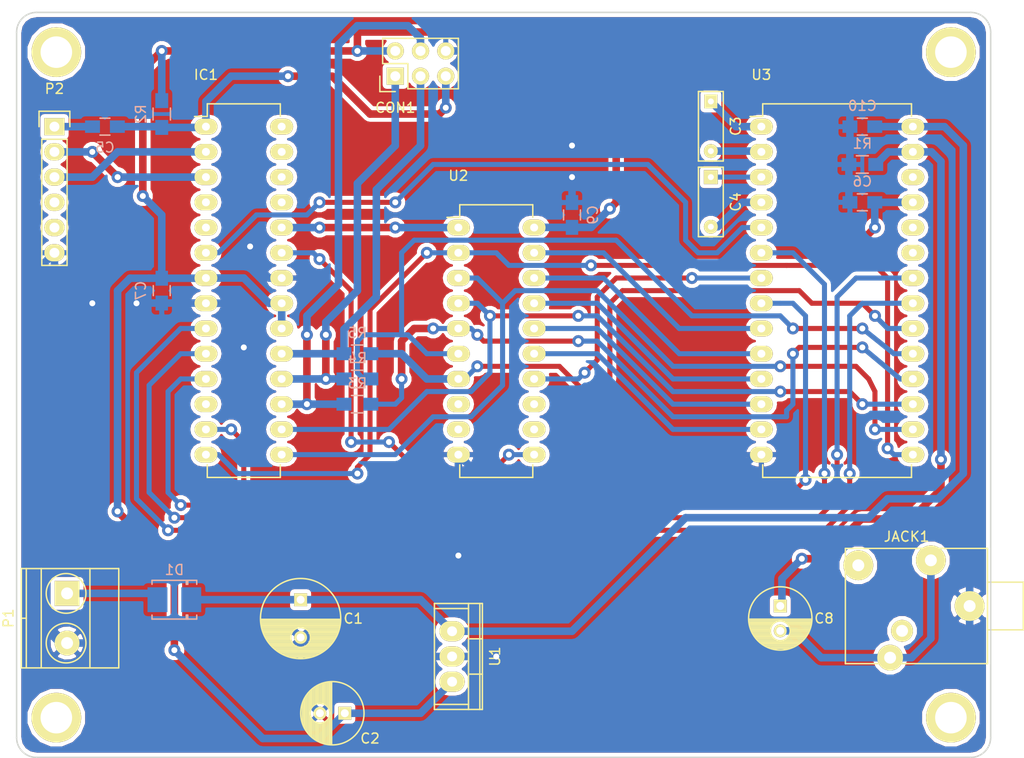
<source format=kicad_pcb>
(kicad_pcb (version 4) (host pcbnew 4.0.2+e4-6225~38~ubuntu14.04.1-stable)
  (layers (0 F.Cu signal) (31 B.Cu signal) (34 B.Paste user) (35 F.Paste user) (36 B.SilkS user) (37 F.SilkS user) (38 B.Mask user) (39 F.Mask user) (44 Edge.Cuts user))
  (net 0 "")
  (net 1 VDD)
  (net 2 GND)
  (net 3 VCC)
  (net 4 "Net-(C3-Pad1)")
  (net 5 "Net-(C3-Pad2)")
  (net 6 "Net-(C4-Pad1)")
  (net 7 "Net-(C4-Pad2)")
  (net 8 "Net-(C5-Pad1)")
  (net 9 RESET)
  (net 10 "Net-(C8-Pad2)")
  (net 11 "Net-(C8-Pad1)")
  (net 12 D4)
  (net 13 D5)
  (net 14 D3)
  (net 15 RX)
  (net 16 TX)
  (net 17 "Net-(IC1-Pad4)")
  (net 18 "Net-(IC1-Pad5)")
  (net 19 SID_RESET)
  (net 20 D6)
  (net 21 D7)
  (net 22 SID_CLOCK)
  (net 23 "Net-(IC1-Pad12)")
  (net 24 CS)
  (net 25 D0)
  (net 26 D1)
  (net 27 D2)
  (net 28 "Net-(IC1-Pad23)")
  (net 29 "Net-(IC1-Pad24)")
  (net 30 "Net-(IC1-Pad25)")
  (net 31 "Net-(IC1-Pad26)")
  (net 32 "Net-(IC1-Pad27)")
  (net 33 "Net-(IC1-Pad28)")
  (net 34 "Net-(P2-Pad4)")
  (net 35 A0)
  (net 36 A1)
  (net 37 A2)
  (net 38 A3)
  (net 39 A4)
  (net 40 RW)
  (net 41 "Net-(U3-Pad23)")
  (net 42 "Net-(U3-Pad24)")
  (net 43 "Net-(U3-Pad26)")
  (net 44 MISO)
  (net 45 SCK)
  (net 46 MOSI)
  (net 47 "Net-(U2-Pad12)")
  (net 48 "Net-(U2-Pad13)")
  (net 49 "Net-(P2-Pad5)")
  (net 50 "Net-(D1-Pad2)")
  (net 51 "Net-(U2-Pad8)")
  (net 52 "Net-(U2-Pad9)")
  (module Wire_Pads:SolderWirePad_single_2mmDrill (layer F.Cu) (at 130.1 33.22)
    (fp_text reference REF** hide)
    (fp_text value SolderWirePad_single_2mmDrill hide)
    (pad 1 thru_hole circle (at 2 5) (size 5 5) (drill 3.175) (layers *.Cu *.Mask F.SilkS))
  )
  (module Pin_Headers:Pin_Header_Straight_1x06 (layer F.Cu) (at 41.91 45.72)
    (fp_text reference P2 (at 0 -3.81) (layer F.SilkS))
    (fp_text value CONN_01X06)
    (pad 1 thru_hole rect (at 0 0) (size 2.032 1.7272) (drill 1) (layers *.Cu *.Mask F.SilkS) (net 8 "Net-(C5-Pad1)"))
    (pad 2 thru_hole oval (at 0 2.54) (size 2.032 1.7272) (drill 1) (layers *.Cu *.Mask F.SilkS) (net 16 TX))
    (pad 3 thru_hole oval (at 0 5.08) (size 2.032 1.7272) (drill 1) (layers *.Cu *.Mask F.SilkS) (net 15 RX))
    (pad "" thru_hole oval (at 0 7.62) (size 2.032 1.7272) (drill 1) (layers *.Cu *.Mask F.SilkS) (net 34 "Net-(P2-Pad4)"))
    (pad 5 thru_hole oval (at 0 10.16) (size 2.032 1.7272) (drill 1) (layers *.Cu *.Mask F.SilkS) (net 49 "Net-(P2-Pad5)"))
    (pad 6 thru_hole oval (at 0 12.7) (size 2.032 1.7272) (drill 1) (layers *.Cu *.Mask F.SilkS) (net 2 GND))
  )
  (module Wire_Pads:SolderWirePad_single_2mmDrill (layer F.Cu) (at 38.1 34.29)
    (fp_text reference REF** hide)
    (fp_text value SolderWirePad_single_2mmDrill hide)
    (pad 1 thru_hole circle (at 4 3.93) (size 5 5) (drill 3.175) (layers *.Cu *.Mask F.SilkS))
  )
  (module Wire_Pads:SolderWirePad_single_2mmDrill (layer F.Cu) (at 40.64 106.68)
    (fp_text reference REF** hide)
    (fp_text value SolderWirePad_single_2mmDrill hide)
    (pad 1 thru_hole circle (at 1.46 -1.46) (size 5 5) (drill 3.175) (layers *.Cu *.Mask F.SilkS))
  )
  (module Wire_Pads:SolderWirePad_single_2mmDrill (layer F.Cu) (at 132.715 106.045)
    (fp_text reference REF** hide)
    (fp_text value SolderWirePad_single_2mmDrill hide)
    (pad 1 thru_hole circle (at -0.615 -0.825) (size 5 5) (drill 3.175) (layers *.Cu *.Mask F.SilkS))
  )
  (module Power_Integrations:TO-220 (layer F.Cu) (at 81.915 99.06 270)
    (fp_text reference U1 (at 0 -4.318 270) (layer F.SilkS))
    (fp_text value 7805)
    (pad GND thru_hole oval (at 0 0 270) (size 2.032 2.54) (drill 1) (layers *.Cu *.Mask F.SilkS) (net 2 GND))
    (pad VO thru_hole oval (at 2.54 0 270) (size 2.032 2.54) (drill 1) (layers *.Cu *.Mask F.SilkS) (net 3 VCC))
    (pad VI thru_hole oval (at -2.54 0 270) (size 2.032 2.54) (drill 1) (layers *.Cu *.Mask F.SilkS) (net 1 VDD))
  )
  (module Capacitors_ThroughHole:C_Radial_D8_L13_P3.8 (layer F.Cu) (at 66.675 93.345 270)
    (fp_text reference C1 (at 1.9 -5.3 360) (layer F.SilkS))
    (fp_text value 47uf)
    (pad 1 thru_hole rect (at 0 0 270) (size 1.3 1.3) (drill 0.8) (layers *.Cu *.Mask F.SilkS) (net 1 VDD))
    (pad 2 thru_hole circle (at 3.8 0 270) (size 1.3 1.3) (drill 0.8) (layers *.Cu *.Mask F.SilkS) (net 2 GND))
  )
  (module Capacitors_ThroughHole:C_Radial_D6.3_L11.2_P2.5 (layer F.Cu) (at 71.12 104.775 180)
    (fp_text reference C2 (at -2.54 -2.54 180) (layer F.SilkS))
    (fp_text value 4.7uf)
    (pad 2 thru_hole circle (at 2.5 0 180) (size 1.3 1.3) (drill 0.8) (layers *.Cu *.Mask F.SilkS) (net 2 GND))
    (pad 1 thru_hole rect (at 0 0 180) (size 1.3 1.3) (drill 0.8) (layers *.Cu *.Mask F.SilkS) (net 3 VCC))
  )
  (module Capacitors_ThroughHole:C_Rect_L7_W2.5_P5 (layer F.Cu) (at 107.95 43.18 270)
    (fp_text reference C3 (at 2.5 -2.5 270) (layer F.SilkS))
    (fp_text value 2n2)
    (pad 1 thru_hole rect (at 0 0 270) (size 1.4 1.3) (drill 0.6) (layers *.Cu *.Mask F.SilkS) (net 4 "Net-(C3-Pad1)"))
    (pad 2 thru_hole circle (at 5 0 270) (size 1.4 1.4) (drill 0.6) (layers *.Cu *.Mask F.SilkS) (net 5 "Net-(C3-Pad2)"))
  )
  (module Capacitors_ThroughHole:C_Rect_L7_W2.5_P5 (layer F.Cu) (at 107.95 50.8 270)
    (fp_text reference C4 (at 2.5 -2.5 270) (layer F.SilkS))
    (fp_text value 2n2)
    (pad 1 thru_hole rect (at 0 0 270) (size 1.4 1.4) (drill 0.6) (layers *.Cu *.Mask F.SilkS) (net 6 "Net-(C4-Pad1)"))
    (pad 2 thru_hole circle (at 5 0 270) (size 1.4 1.4) (drill 0.6) (layers *.Cu *.Mask F.SilkS) (net 7 "Net-(C4-Pad2)"))
  )
  (module Capacitors_SMD:C_0805_HandSoldering (layer B.Cu) (at 46.99 45.72)
    (fp_text reference C5 (at 0 2.1) (layer B.SilkS) (effects (justify mirror)))
    (fp_text value 100n)
    (pad 1 smd rect (at -1.25 0) (size 1.5 1.25) (layers B.Cu B.Paste B.Mask) (net 8 "Net-(C5-Pad1)"))
    (pad 2 smd rect (at 1.25 0) (size 1.5 1.25) (layers B.Cu B.Paste B.Mask) (net 9 RESET))
  )
  (module Capacitors_SMD:C_0805_HandSoldering (layer B.Cu) (at 123.19 53.34 180)
    (fp_text reference C6 (at 0 2.1 180) (layer B.SilkS) (effects (justify mirror)))
    (fp_text value 100n)
    (pad 1 smd rect (at -1.25 0 180) (size 1.5 1.25) (layers B.Cu B.Paste B.Mask) (net 3 VCC))
    (pad 2 smd rect (at 1.25 0 180) (size 1.5 1.25) (layers B.Cu B.Paste B.Mask) (net 2 GND))
  )
  (module Capacitors_SMD:C_0805_HandSoldering (layer B.Cu) (at 52.705 62.23 270)
    (fp_text reference C7 (at 0 2.1 270) (layer B.SilkS) (effects (justify mirror)))
    (fp_text value 100nf)
    (pad 1 smd rect (at -1.25 0 270) (size 1.5 1.25) (layers B.Cu B.Paste B.Mask) (net 3 VCC))
    (pad 2 smd rect (at 1.25 0 270) (size 1.5 1.25) (layers B.Cu B.Paste B.Mask) (net 2 GND))
  )
  (module Capacitors_ThroughHole:C_Radial_D6.3_L11.2_P2.5 (layer F.Cu) (at 114.935 93.98 270)
    (fp_text reference C8 (at 1.25 -4.4 360) (layer F.SilkS))
    (fp_text value 10uf)
    (pad 2 thru_hole circle (at 2.5 0 270) (size 1.3 1.3) (drill 0.8) (layers *.Cu *.Mask F.SilkS) (net 10 "Net-(C8-Pad2)"))
    (pad 1 thru_hole rect (at 0 0 270) (size 1.3 1.3) (drill 0.8) (layers *.Cu *.Mask F.SilkS) (net 11 "Net-(C8-Pad1)"))
  )
  (module Pin_Headers:Pin_Header_Straight_2x03 (layer F.Cu) (at 76.2 40.64 90)
    (fp_text reference CON1 (at -3.175 0 180) (layer F.SilkS))
    (fp_text value AVR-ISP-6)
    (pad 1 thru_hole rect (at 0 0 90) (size 1.7272 1.7272) (drill 1) (layers *.Cu *.Mask F.SilkS) (net 44 MISO))
    (pad 2 thru_hole oval (at 2.54 0 90) (size 1.7272 1.7272) (drill 1) (layers *.Cu *.Mask F.SilkS) (net 3 VCC))
    (pad 3 thru_hole oval (at 0 2.54 90) (size 1.7272 1.7272) (drill 1) (layers *.Cu *.Mask F.SilkS) (net 45 SCK))
    (pad 4 thru_hole oval (at 2.54 2.54 90) (size 1.7272 1.7272) (drill 1) (layers *.Cu *.Mask F.SilkS) (net 46 MOSI))
    (pad 5 thru_hole oval (at 0 5.08 90) (size 1.7272 1.7272) (drill 1) (layers *.Cu *.Mask F.SilkS) (net 9 RESET))
    (pad 6 thru_hole oval (at 2.54 5.08 90) (size 1.7272 1.7272) (drill 1) (layers *.Cu *.Mask F.SilkS) (net 2 GND))
  )
  (module Housings_DIP:DIP-28_W7.62mm_LongPads (layer F.Cu) (at 57.15 45.72)
    (fp_text reference IC1 (at 0 -5.22) (layer F.SilkS))
    (fp_text value ATMEGA328P-P)
    (pad 1 thru_hole oval (at 0 0) (size 2.3 1.6) (drill 0.8) (layers *.Cu *.Mask F.SilkS) (net 9 RESET))
    (pad 2 thru_hole oval (at 0 2.54) (size 2.3 1.6) (drill 0.8) (layers *.Cu *.Mask F.SilkS) (net 15 RX))
    (pad 3 thru_hole oval (at 0 5.08) (size 2.3 1.6) (drill 0.8) (layers *.Cu *.Mask F.SilkS) (net 16 TX))
    (pad 4 thru_hole oval (at 0 7.62) (size 2.3 1.6) (drill 0.8) (layers *.Cu *.Mask F.SilkS) (net 17 "Net-(IC1-Pad4)"))
    (pad 5 thru_hole oval (at 0 10.16) (size 2.3 1.6) (drill 0.8) (layers *.Cu *.Mask F.SilkS) (net 18 "Net-(IC1-Pad5)"))
    (pad 6 thru_hole oval (at 0 12.7) (size 2.3 1.6) (drill 0.8) (layers *.Cu *.Mask F.SilkS) (net 19 SID_RESET))
    (pad 7 thru_hole oval (at 0 15.24) (size 2.3 1.6) (drill 0.8) (layers *.Cu *.Mask F.SilkS) (net 3 VCC))
    (pad 8 thru_hole oval (at 0 17.78) (size 2.3 1.6) (drill 0.8) (layers *.Cu *.Mask F.SilkS) (net 2 GND))
    (pad 9 thru_hole oval (at 0 20.32) (size 2.3 1.6) (drill 0.8) (layers *.Cu *.Mask F.SilkS) (net 20 D6))
    (pad 10 thru_hole oval (at 0 22.86) (size 2.3 1.6) (drill 0.8) (layers *.Cu *.Mask F.SilkS) (net 21 D7))
    (pad 11 thru_hole oval (at 0 25.4) (size 2.3 1.6) (drill 0.8) (layers *.Cu *.Mask F.SilkS) (net 22 SID_CLOCK))
    (pad 12 thru_hole oval (at 0 27.94) (size 2.3 1.6) (drill 0.8) (layers *.Cu *.Mask F.SilkS) (net 23 "Net-(IC1-Pad12)"))
    (pad 13 thru_hole oval (at 0 30.48) (size 2.3 1.6) (drill 0.8) (layers *.Cu *.Mask F.SilkS) (net 24 CS))
    (pad 14 thru_hole oval (at 0 33.02) (size 2.3 1.6) (drill 0.8) (layers *.Cu *.Mask F.SilkS) (net 25 D0))
    (pad 15 thru_hole oval (at 7.62 33.02) (size 2.3 1.6) (drill 0.8) (layers *.Cu *.Mask F.SilkS) (net 26 D1))
    (pad 16 thru_hole oval (at 7.62 30.48) (size 2.3 1.6) (drill 0.8) (layers *.Cu *.Mask F.SilkS) (net 27 D2))
    (pad 17 thru_hole oval (at 7.62 27.94) (size 2.3 1.6) (drill 0.8) (layers *.Cu *.Mask F.SilkS) (net 46 MOSI))
    (pad 18 thru_hole oval (at 7.62 25.4) (size 2.3 1.6) (drill 0.8) (layers *.Cu *.Mask F.SilkS) (net 44 MISO))
    (pad 19 thru_hole oval (at 7.62 22.86) (size 2.3 1.6) (drill 0.8) (layers *.Cu *.Mask F.SilkS) (net 45 SCK))
    (pad 20 thru_hole oval (at 7.62 20.32) (size 2.3 1.6) (drill 0.8) (layers *.Cu *.Mask F.SilkS) (net 3 VCC))
    (pad 21 thru_hole oval (at 7.62 17.78) (size 2.3 1.6) (drill 0.8) (layers *.Cu *.Mask F.SilkS) (net 3 VCC))
    (pad 22 thru_hole oval (at 7.62 15.24) (size 2.3 1.6) (drill 0.8) (layers *.Cu *.Mask F.SilkS) (net 2 GND))
    (pad 23 thru_hole oval (at 7.62 12.7) (size 2.3 1.6) (drill 0.8) (layers *.Cu *.Mask F.SilkS) (net 28 "Net-(IC1-Pad23)"))
    (pad 24 thru_hole oval (at 7.62 10.16) (size 2.3 1.6) (drill 0.8) (layers *.Cu *.Mask F.SilkS) (net 29 "Net-(IC1-Pad24)"))
    (pad 25 thru_hole oval (at 7.62 7.62) (size 2.3 1.6) (drill 0.8) (layers *.Cu *.Mask F.SilkS) (net 30 "Net-(IC1-Pad25)"))
    (pad 26 thru_hole oval (at 7.62 5.08) (size 2.3 1.6) (drill 0.8) (layers *.Cu *.Mask F.SilkS) (net 31 "Net-(IC1-Pad26)"))
    (pad 27 thru_hole oval (at 7.62 2.54) (size 2.3 1.6) (drill 0.8) (layers *.Cu *.Mask F.SilkS) (net 32 "Net-(IC1-Pad27)"))
    (pad 28 thru_hole oval (at 7.62 0) (size 2.3 1.6) (drill 0.8) (layers *.Cu *.Mask F.SilkS) (net 33 "Net-(IC1-Pad28)"))
  )
  (module Olilib:3.5mm_jack_5pin (layer F.Cu) (at 133.985 93.98 180)
    (fp_text reference JACK1 (at 6.35 6.985 180) (layer F.SilkS))
    (fp_text value JACK_3.5MM-3P hide)
    (pad 1 thru_hole circle (at 0 0 180) (size 3 3) (drill 1.2) (layers *.Cu *.Mask F.SilkS) (net 2 GND))
    (pad 2 thru_hole circle (at 8 -5.2 180) (size 2.6 2.6) (drill 1.2) (layers *.Cu *.Mask F.SilkS) (net 10 "Net-(C8-Pad2)"))
    (pad 3 thru_hole circle (at 3.9 4.6 180) (size 3 3) (drill 1.2) (layers *.Cu *.Mask F.SilkS) (net 10 "Net-(C8-Pad2)"))
    (pad 4 thru_hole circle (at 6.8 -2.5 180) (size 2.2 2.2) (drill 1.2) (layers *.Cu *.Mask F.SilkS))
    (pad 5 thru_hole circle (at 11.2 4.1 180) (size 3 3) (drill 1.2) (layers *.Cu *.Mask F.SilkS))
  )
  (module Terminal_Blocks:TerminalBlock_Pheonix_MKDS1.5-2pol (layer F.Cu) (at 43.18 92.71 270)
    (fp_text reference P1 (at 2.5 5.9 270) (layer F.SilkS))
    (fp_text value "12V Input")
    (pad 1 thru_hole rect (at 0 0 270) (size 2.5 2.5) (drill 1.2) (layers *.Cu *.Mask F.SilkS) (net 50 "Net-(D1-Pad2)"))
    (pad 2 thru_hole circle (at 5 0 270) (size 2.5 2.5) (drill 1.2) (layers *.Cu *.Mask F.SilkS) (net 2 GND))
  )
  (module Resistors_SMD:R_0805_HandSoldering (layer B.Cu) (at 123.19 49.53 180)
    (fp_text reference R1 (at 0 2.1 180) (layer B.SilkS) (effects (justify mirror)))
    (fp_text value 1K)
    (pad 1 smd rect (at -1.35 0 180) (size 1.5 1.3) (layers B.Cu B.Paste B.Mask) (net 11 "Net-(C8-Pad1)"))
    (pad 2 smd rect (at 1.35 0 180) (size 1.5 1.3) (layers B.Cu B.Paste B.Mask) (net 2 GND))
  )
  (module Resistors_SMD:R_0805_HandSoldering (layer B.Cu) (at 52.705 44.45 270)
    (fp_text reference R2 (at 0 2.1 270) (layer B.SilkS) (effects (justify mirror)))
    (fp_text value 10K)
    (pad 1 smd rect (at -1.35 0 270) (size 1.5 1.3) (layers B.Cu B.Paste B.Mask) (net 3 VCC))
    (pad 2 smd rect (at 1.35 0 270) (size 1.5 1.3) (layers B.Cu B.Paste B.Mask) (net 9 RESET))
  )
  (module Housings_DIP:DIP-28_W15.24mm_LongPads (layer F.Cu) (at 113.03 45.72)
    (fp_text reference U3 (at 0 -5.22) (layer F.SilkS))
    (fp_text value MOS6581)
    (pad 1 thru_hole oval (at 0 0) (size 2.3 1.6) (drill 0.8) (layers *.Cu *.Mask F.SilkS) (net 4 "Net-(C3-Pad1)"))
    (pad 2 thru_hole oval (at 0 2.54) (size 2.3 1.6) (drill 0.8) (layers *.Cu *.Mask F.SilkS) (net 5 "Net-(C3-Pad2)"))
    (pad 3 thru_hole oval (at 0 5.08) (size 2.3 1.6) (drill 0.8) (layers *.Cu *.Mask F.SilkS) (net 6 "Net-(C4-Pad1)"))
    (pad 4 thru_hole oval (at 0 7.62) (size 2.3 1.6) (drill 0.8) (layers *.Cu *.Mask F.SilkS) (net 7 "Net-(C4-Pad2)"))
    (pad 5 thru_hole oval (at 0 10.16) (size 2.3 1.6) (drill 0.8) (layers *.Cu *.Mask F.SilkS) (net 19 SID_RESET))
    (pad 6 thru_hole oval (at 0 12.7) (size 2.3 1.6) (drill 0.8) (layers *.Cu *.Mask F.SilkS) (net 22 SID_CLOCK))
    (pad 7 thru_hole oval (at 0 15.24) (size 2.3 1.6) (drill 0.8) (layers *.Cu *.Mask F.SilkS) (net 40 RW))
    (pad 8 thru_hole oval (at 0 17.78) (size 2.3 1.6) (drill 0.8) (layers *.Cu *.Mask F.SilkS) (net 24 CS))
    (pad 9 thru_hole oval (at 0 20.32) (size 2.3 1.6) (drill 0.8) (layers *.Cu *.Mask F.SilkS) (net 35 A0))
    (pad 10 thru_hole oval (at 0 22.86) (size 2.3 1.6) (drill 0.8) (layers *.Cu *.Mask F.SilkS) (net 36 A1))
    (pad 11 thru_hole oval (at 0 25.4) (size 2.3 1.6) (drill 0.8) (layers *.Cu *.Mask F.SilkS) (net 37 A2))
    (pad 12 thru_hole oval (at 0 27.94) (size 2.3 1.6) (drill 0.8) (layers *.Cu *.Mask F.SilkS) (net 38 A3))
    (pad 13 thru_hole oval (at 0 30.48) (size 2.3 1.6) (drill 0.8) (layers *.Cu *.Mask F.SilkS) (net 39 A4))
    (pad 14 thru_hole oval (at 0 33.02) (size 2.3 1.6) (drill 0.8) (layers *.Cu *.Mask F.SilkS) (net 2 GND))
    (pad 15 thru_hole oval (at 15.24 33.02) (size 2.3 1.6) (drill 0.8) (layers *.Cu *.Mask F.SilkS) (net 25 D0))
    (pad 16 thru_hole oval (at 15.24 30.48) (size 2.3 1.6) (drill 0.8) (layers *.Cu *.Mask F.SilkS) (net 26 D1))
    (pad 17 thru_hole oval (at 15.24 27.94) (size 2.3 1.6) (drill 0.8) (layers *.Cu *.Mask F.SilkS) (net 27 D2))
    (pad 18 thru_hole oval (at 15.24 25.4) (size 2.3 1.6) (drill 0.8) (layers *.Cu *.Mask F.SilkS) (net 14 D3))
    (pad 19 thru_hole oval (at 15.24 22.86) (size 2.3 1.6) (drill 0.8) (layers *.Cu *.Mask F.SilkS) (net 12 D4))
    (pad 20 thru_hole oval (at 15.24 20.32) (size 2.3 1.6) (drill 0.8) (layers *.Cu *.Mask F.SilkS) (net 13 D5))
    (pad 21 thru_hole oval (at 15.24 17.78) (size 2.3 1.6) (drill 0.8) (layers *.Cu *.Mask F.SilkS) (net 20 D6))
    (pad 22 thru_hole oval (at 15.24 15.24) (size 2.3 1.6) (drill 0.8) (layers *.Cu *.Mask F.SilkS) (net 21 D7))
    (pad 23 thru_hole oval (at 15.24 12.7) (size 2.3 1.6) (drill 0.8) (layers *.Cu *.Mask F.SilkS) (net 41 "Net-(U3-Pad23)"))
    (pad 24 thru_hole oval (at 15.24 10.16) (size 2.3 1.6) (drill 0.8) (layers *.Cu *.Mask F.SilkS) (net 42 "Net-(U3-Pad24)"))
    (pad 25 thru_hole oval (at 15.24 7.62) (size 2.3 1.6) (drill 0.8) (layers *.Cu *.Mask F.SilkS) (net 3 VCC))
    (pad 26 thru_hole oval (at 15.24 5.08) (size 2.3 1.6) (drill 0.8) (layers *.Cu *.Mask F.SilkS) (net 43 "Net-(U3-Pad26)"))
    (pad 27 thru_hole oval (at 15.24 2.54) (size 2.3 1.6) (drill 0.8) (layers *.Cu *.Mask F.SilkS) (net 11 "Net-(C8-Pad1)"))
    (pad 28 thru_hole oval (at 15.24 0) (size 2.3 1.6) (drill 0.8) (layers *.Cu *.Mask F.SilkS) (net 1 VDD))
  )
  (module Resistors_SMD:R_0805_HandSoldering (layer B.Cu) (at 72.39 73.66 180)
    (fp_text reference R3 (at 0 2.1 180) (layer B.SilkS) (effects (justify mirror)))
    (fp_text value 1K)
    (pad 1 smd rect (at -1.35 0 180) (size 1.5 1.3) (layers B.Cu B.Paste B.Mask) (net 14 D3))
    (pad 2 smd rect (at 1.35 0 180) (size 1.5 1.3) (layers B.Cu B.Paste B.Mask) (net 46 MOSI))
  )
  (module Resistors_SMD:R_0805_HandSoldering (layer B.Cu) (at 72.39 71.12 180)
    (fp_text reference R4 (at 0 2.1 180) (layer B.SilkS) (effects (justify mirror)))
    (fp_text value 1K)
    (pad 1 smd rect (at -1.35 0 180) (size 1.5 1.3) (layers B.Cu B.Paste B.Mask) (net 12 D4))
    (pad 2 smd rect (at 1.35 0 180) (size 1.5 1.3) (layers B.Cu B.Paste B.Mask) (net 44 MISO))
  )
  (module Resistors_SMD:R_0805_HandSoldering (layer B.Cu) (at 72.39 68.58 180)
    (fp_text reference R5 (at 0 2.1 180) (layer B.SilkS) (effects (justify mirror)))
    (fp_text value 1K)
    (pad 1 smd rect (at -1.35 0 180) (size 1.5 1.3) (layers B.Cu B.Paste B.Mask) (net 13 D5))
    (pad 2 smd rect (at 1.35 0 180) (size 1.5 1.3) (layers B.Cu B.Paste B.Mask) (net 45 SCK))
  )
  (module Housings_DIP:DIP-20_W7.62mm_LongPads (layer F.Cu) (at 82.55 55.88)
    (fp_text reference U2 (at 0 -5.22) (layer F.SilkS))
    (fp_text value 74LS574)
    (pad 1 thru_hole oval (at 0 0) (size 2.3 1.6) (drill 0.8) (layers *.Cu *.Mask F.SilkS) (net 29 "Net-(IC1-Pad24)"))
    (pad 2 thru_hole oval (at 0 2.54) (size 2.3 1.6) (drill 0.8) (layers *.Cu *.Mask F.SilkS) (net 25 D0))
    (pad 3 thru_hole oval (at 0 5.08) (size 2.3 1.6) (drill 0.8) (layers *.Cu *.Mask F.SilkS) (net 26 D1))
    (pad 4 thru_hole oval (at 0 7.62) (size 2.3 1.6) (drill 0.8) (layers *.Cu *.Mask F.SilkS) (net 27 D2))
    (pad 5 thru_hole oval (at 0 10.16) (size 2.3 1.6) (drill 0.8) (layers *.Cu *.Mask F.SilkS) (net 14 D3))
    (pad 6 thru_hole oval (at 0 12.7) (size 2.3 1.6) (drill 0.8) (layers *.Cu *.Mask F.SilkS) (net 12 D4))
    (pad 7 thru_hole oval (at 0 15.24) (size 2.3 1.6) (drill 0.8) (layers *.Cu *.Mask F.SilkS) (net 13 D5))
    (pad 8 thru_hole oval (at 0 17.78) (size 2.3 1.6) (drill 0.8) (layers *.Cu *.Mask F.SilkS) (net 51 "Net-(U2-Pad8)"))
    (pad 9 thru_hole oval (at 0 20.32) (size 2.3 1.6) (drill 0.8) (layers *.Cu *.Mask F.SilkS) (net 52 "Net-(U2-Pad9)"))
    (pad 10 thru_hole oval (at 0 22.86) (size 2.3 1.6) (drill 0.8) (layers *.Cu *.Mask F.SilkS) (net 2 GND))
    (pad 11 thru_hole oval (at 7.62 22.86) (size 2.3 1.6) (drill 0.8) (layers *.Cu *.Mask F.SilkS) (net 28 "Net-(IC1-Pad23)"))
    (pad 12 thru_hole oval (at 7.62 20.32) (size 2.3 1.6) (drill 0.8) (layers *.Cu *.Mask F.SilkS) (net 47 "Net-(U2-Pad12)"))
    (pad 13 thru_hole oval (at 7.62 17.78) (size 2.3 1.6) (drill 0.8) (layers *.Cu *.Mask F.SilkS) (net 48 "Net-(U2-Pad13)"))
    (pad 14 thru_hole oval (at 7.62 15.24) (size 2.3 1.6) (drill 0.8) (layers *.Cu *.Mask F.SilkS) (net 40 RW))
    (pad 15 thru_hole oval (at 7.62 12.7) (size 2.3 1.6) (drill 0.8) (layers *.Cu *.Mask F.SilkS) (net 39 A4))
    (pad 16 thru_hole oval (at 7.62 10.16) (size 2.3 1.6) (drill 0.8) (layers *.Cu *.Mask F.SilkS) (net 38 A3))
    (pad 17 thru_hole oval (at 7.62 7.62) (size 2.3 1.6) (drill 0.8) (layers *.Cu *.Mask F.SilkS) (net 37 A2))
    (pad 18 thru_hole oval (at 7.62 5.08) (size 2.3 1.6) (drill 0.8) (layers *.Cu *.Mask F.SilkS) (net 36 A1))
    (pad 19 thru_hole oval (at 7.62 2.54) (size 2.3 1.6) (drill 0.8) (layers *.Cu *.Mask F.SilkS) (net 35 A0))
    (pad 20 thru_hole oval (at 7.62 0) (size 2.3 1.6) (drill 0.8) (layers *.Cu *.Mask F.SilkS) (net 3 VCC))
  )
  (module Capacitors_SMD:C_0805_HandSoldering (layer B.Cu) (at 93.98 54.61 90)
    (fp_text reference C9 (at 0 2.1 90) (layer B.SilkS) (effects (justify mirror)))
    (fp_text value 100n)
    (pad 1 smd rect (at -1.25 0 90) (size 1.5 1.25) (layers B.Cu B.Paste B.Mask) (net 3 VCC))
    (pad 2 smd rect (at 1.25 0 90) (size 1.5 1.25) (layers B.Cu B.Paste B.Mask) (net 2 GND))
  )
  (module Diodes_SMD:DO-214BA (layer B.Cu) (at 53.975 93.345 180)
    (fp_text reference D1 (at 0 3 180) (layer B.SilkS) (effects (justify mirror)))
    (fp_text value D)
    (pad 2 smd rect (at 1.7 0 180) (size 2 2.5) (layers B.Cu B.Paste B.Mask) (net 50 "Net-(D1-Pad2)"))
    (pad 1 smd rect (at -1.7 0 180) (size 2 2.5) (layers B.Cu B.Paste B.Mask) (net 1 VDD))
  )
  (module Capacitors_SMD:C_0805_HandSoldering (layer B.Cu) (at 123.19 45.72 180)
    (fp_text reference C10 (at 0 2.1 180) (layer B.SilkS) (effects (justify mirror)))
    (fp_text value 100nf)
    (pad 1 smd rect (at -1.25 0 180) (size 1.5 1.25) (layers B.Cu B.Paste B.Mask) (net 1 VDD))
    (pad 2 smd rect (at 1.25 0 180) (size 1.5 1.25) (layers B.Cu B.Paste B.Mask) (net 2 GND))
  )
  (gr_line (start 38.1 36.22) (end 38.1 107.22) (angle 90) (layer Edge.Cuts) (width 0.15))
  (gr_line (start 134.1 34.22) (end 40.1 34.22) (angle 90) (layer Edge.Cuts) (width 0.15))
  (gr_line (start 136.1 107.22) (end 136.1 36.22) (angle 90) (layer Edge.Cuts) (width 0.15))
  (gr_arc (start 40.1 36.22) (end 38.1 36.22) (angle 90) (layer Edge.Cuts) (width 0.15))
  (gr_arc (start 134.1 36.22) (end 134.1 34.22) (angle 90) (layer Edge.Cuts) (width 0.15))
  (gr_line (start 40.1 109.22) (end 134.1 109.22) (angle 90) (layer Edge.Cuts) (width 0.15))
  (gr_arc (start 134.1 107.22) (end 136.1 107.22) (angle 90) (layer Edge.Cuts) (width 0.15))
  (gr_arc (start 40.1 107.22) (end 40.1 109.22) (angle 90) (layer Edge.Cuts) (width 0.15))
  (segment (start 102.235 88.265) (end 105.41 85.09) (width 0.762) (layer B.Cu) (net 1))
  (segment (start 133.35 47.625) (end 131.445 45.72) (width 0.762) (layer B.Cu) (net 1))
  (segment (start 128.27 45.72) (end 131.445 45.72) (width 0.762) (layer B.Cu) (net 1))
  (segment (start 93.98 96.52) (end 81.915 96.52) (width 0.762) (layer B.Cu) (net 1))
  (segment (start 133.35 80.645) (end 133.35 60.325) (width 0.762) (layer B.Cu) (net 1))
  (segment (start 93.98 96.52) (end 102.235 88.265) (width 0.762) (layer B.Cu) (net 1))
  (segment (start 133.35 60.325) (end 133.35 47.625) (width 0.762) (layer B.Cu) (net 1))
  (segment (start 130.81 83.185) (end 133.35 80.645) (width 0.762) (layer B.Cu) (net 1))
  (segment (start 125.73 83.185) (end 130.81 83.185) (width 0.762) (layer B.Cu) (net 1))
  (segment (start 123.825 85.09) (end 125.73 83.185) (width 0.762) (layer B.Cu) (net 1))
  (segment (start 105.41 85.09) (end 123.825 85.09) (width 0.762) (layer B.Cu) (net 1))
  (segment (start 124.44 45.72) (end 128.27 45.72) (width 0.762) (layer B.Cu) (net 1))
  (segment (start 66.675 93.345) (end 78.74 93.345) (width 0.762) (layer B.Cu) (net 1))
  (segment (start 78.74 93.345) (end 81.915 96.52) (width 0.762) (layer B.Cu) (net 1))
  (segment (start 55.675 93.345) (end 66.675 93.345) (width 0.762) (layer B.Cu) (net 1))
  (segment (start 86.36 99.06) (end 108.585 99.06) (width 0.762) (layer B.Cu) (net 2))
  (segment (start 133.985 96.52) (end 133.985 93.98) (width 0.762) (layer B.Cu) (net 2))
  (segment (start 127 103.505) (end 133.985 96.52) (width 0.762) (layer B.Cu) (net 2))
  (segment (start 113.03 103.505) (end 127 103.505) (width 0.762) (layer B.Cu) (net 2))
  (segment (start 108.585 99.06) (end 113.03 103.505) (width 0.762) (layer B.Cu) (net 2))
  (segment (start 133.985 93.98) (end 133.985 85.725) (width 0.762) (layer B.Cu) (net 2))
  (segment (start 133.985 85.725) (end 134.62 85.09) (width 0.762) (layer B.Cu) (net 2))
  (segment (start 134.62 85.09) (end 134.62 45.085) (width 0.762) (layer B.Cu) (net 2))
  (segment (start 134.62 45.085) (end 132.08 42.545) (width 0.762) (layer B.Cu) (net 2))
  (segment (start 132.08 42.545) (end 120.65 42.545) (width 0.762) (layer B.Cu) (net 2))
  (segment (start 66.675 97.145) (end 66.675 102.83) (width 0.762) (layer B.Cu) (net 2))
  (segment (start 66.675 102.83) (end 68.62 104.775) (width 0.762) (layer B.Cu) (net 2))
  (segment (start 64.77 60.96) (end 63.5 60.96) (width 0.762) (layer B.Cu) (net 2))
  (segment (start 59.69 63.5) (end 60.96 64.77) (width 0.762) (layer B.Cu) (net 2))
  (segment (start 60.96 64.77) (end 60.96 67.945) (width 0.762) (layer B.Cu) (net 2))
  (via (at 60.96 67.945) (size 1.2) (drill 0.6) (layers F.Cu B.Cu) (net 2))
  (segment (start 59.69 63.5) (end 57.15 63.5) (width 0.762) (layer B.Cu) (net 2))
  (segment (start 60.96 58.42) (end 60.96 67.945) (width 0.762) (layer F.Cu) (net 2))
  (segment (start 61.595 57.785) (end 60.96 58.42) (width 0.762) (layer F.Cu) (net 2))
  (via (at 61.595 57.785) (size 1.2) (drill 0.6) (layers F.Cu B.Cu) (net 2))
  (segment (start 61.595 59.055) (end 61.595 57.785) (width 0.762) (layer B.Cu) (net 2))
  (segment (start 63.5 60.96) (end 61.595 59.055) (width 0.762) (layer B.Cu) (net 2))
  (segment (start 121.94 45.72) (end 121.94 43.835) (width 0.762) (layer B.Cu) (net 2))
  (segment (start 93.98 38.1) (end 93.98 47.625) (width 0.762) (layer B.Cu) (net 2))
  (segment (start 95.25 36.83) (end 93.98 38.1) (width 0.762) (layer B.Cu) (net 2))
  (segment (start 114.935 36.83) (end 95.25 36.83) (width 0.762) (layer B.Cu) (net 2))
  (segment (start 121.94 43.835) (end 120.65 42.545) (width 0.762) (layer B.Cu) (net 2))
  (segment (start 120.65 42.545) (end 114.935 36.83) (width 0.762) (layer B.Cu) (net 2))
  (segment (start 121.84 49.53) (end 121.84 53.24) (width 0.762) (layer B.Cu) (net 2))
  (segment (start 121.84 53.24) (end 121.94 53.34) (width 0.762) (layer B.Cu) (net 2))
  (segment (start 121.94 45.72) (end 121.94 49.43) (width 0.762) (layer B.Cu) (net 2))
  (segment (start 121.94 49.43) (end 121.84 49.53) (width 0.762) (layer B.Cu) (net 2))
  (segment (start 93.98 53.36) (end 93.98 50.8) (width 0.762) (layer B.Cu) (net 2))
  (via (at 93.98 50.8) (size 1.2) (drill 0.6) (layers F.Cu B.Cu) (net 2))
  (segment (start 93.98 50.8) (end 93.98 47.625) (width 0.762) (layer F.Cu) (net 2))
  (via (at 93.98 47.625) (size 1.2) (drill 0.6) (layers F.Cu B.Cu) (net 2))
  (segment (start 84.455 38.1) (end 81.28 38.1) (width 0.762) (layer B.Cu) (net 2))
  (segment (start 93.98 47.625) (end 84.455 38.1) (width 0.762) (layer B.Cu) (net 2))
  (segment (start 82.55 78.74) (end 86.36 82.55) (width 0.762) (layer B.Cu) (net 2))
  (segment (start 108.585 82.55) (end 112.395 78.74) (width 0.762) (layer B.Cu) (net 2))
  (segment (start 86.36 82.55) (end 108.585 82.55) (width 0.762) (layer B.Cu) (net 2))
  (segment (start 112.395 78.74) (end 113.03 78.74) (width 0.762) (layer B.Cu) (net 2))
  (segment (start 66.675 97.145) (end 76.19 97.145) (width 0.762) (layer B.Cu) (net 2))
  (segment (start 78.105 99.06) (end 81.915 99.06) (width 0.762) (layer B.Cu) (net 2))
  (segment (start 76.19 97.145) (end 78.105 99.06) (width 0.762) (layer B.Cu) (net 2))
  (segment (start 43.18 97.71) (end 42.465 97.71) (width 0.762) (layer B.Cu) (net 2))
  (segment (start 42.465 97.71) (end 40.005 95.25) (width 0.762) (layer B.Cu) (net 2))
  (segment (start 40.005 95.25) (end 40.005 60.325) (width 0.762) (layer B.Cu) (net 2))
  (segment (start 40.005 60.325) (end 41.91 58.42) (width 0.762) (layer B.Cu) (net 2))
  (segment (start 43.18 97.71) (end 50.245 97.71) (width 0.762) (layer B.Cu) (net 2))
  (segment (start 66.05 96.52) (end 66.675 97.145) (width 0.762) (layer B.Cu) (net 2))
  (segment (start 51.435 96.52) (end 66.05 96.52) (width 0.762) (layer B.Cu) (net 2))
  (segment (start 50.245 97.71) (end 51.435 96.52) (width 0.762) (layer B.Cu) (net 2))
  (segment (start 81.915 99.06) (end 86.36 99.06) (width 0.762) (layer B.Cu) (net 2))
  (via (at 86.36 99.06) (size 1.2) (drill 0.6) (layers F.Cu B.Cu) (net 2))
  (segment (start 86.36 99.06) (end 88.265 97.155) (width 0.762) (layer F.Cu) (net 2))
  (segment (start 88.265 97.155) (end 88.265 94.615) (width 0.762) (layer F.Cu) (net 2))
  (segment (start 88.265 94.615) (end 82.55 88.9) (width 0.762) (layer F.Cu) (net 2))
  (via (at 82.55 88.9) (size 1.2) (drill 0.6) (layers F.Cu B.Cu) (net 2))
  (segment (start 82.55 88.9) (end 82.55 78.74) (width 0.762) (layer B.Cu) (net 2))
  (segment (start 41.91 59.69) (end 41.91 58.42) (width 0.762) (layer B.Cu) (net 2))
  (segment (start 45.72 63.5) (end 41.91 59.69) (width 0.762) (layer B.Cu) (net 2))
  (via (at 45.72 63.5) (size 1.2) (drill 0.6) (layers F.Cu B.Cu) (net 2))
  (segment (start 50.165 63.5) (end 45.72 63.5) (width 0.762) (layer F.Cu) (net 2))
  (via (at 50.165 63.5) (size 1.2) (drill 0.6) (layers F.Cu B.Cu) (net 2))
  (segment (start 50.185 63.48) (end 50.165 63.5) (width 0.762) (layer B.Cu) (net 2))
  (segment (start 52.705 63.48) (end 50.185 63.48) (width 0.762) (layer B.Cu) (net 2))
  (segment (start 52.09 63.48) (end 52.705 63.48) (width 0.762) (layer B.Cu) (net 2))
  (segment (start 64.77 60.96) (end 64.135 60.96) (width 0.762) (layer B.Cu) (net 2))
  (segment (start 52.705 63.48) (end 57.13 63.48) (width 0.762) (layer B.Cu) (net 2))
  (segment (start 57.13 63.48) (end 57.15 63.5) (width 0.762) (layer B.Cu) (net 2))
  (segment (start 71.12 104.775) (end 68.58 107.315) (width 0.762) (layer B.Cu) (net 3))
  (segment (start 62.23 106.68) (end 56.515 100.965) (width 0.762) (layer B.Cu) (net 3))
  (segment (start 48.26 64.135) (end 48.26 62.23) (width 0.762) (layer B.Cu) (net 3))
  (segment (start 56.515 100.965) (end 53.975 98.425) (width 0.762) (layer B.Cu) (net 3))
  (via (at 53.975 98.425) (size 1.2) (drill 0.6) (layers F.Cu B.Cu) (net 3))
  (segment (start 53.975 98.425) (end 53.975 90.17) (width 0.762) (layer F.Cu) (net 3))
  (segment (start 53.975 90.17) (end 48.26 84.455) (width 0.762) (layer F.Cu) (net 3))
  (via (at 48.26 84.455) (size 1.2) (drill 0.6) (layers F.Cu B.Cu) (net 3))
  (segment (start 48.26 84.455) (end 48.26 64.135) (width 0.762) (layer B.Cu) (net 3))
  (segment (start 51.415 60.98) (end 52.705 60.98) (width 0.762) (layer B.Cu) (net 3))
  (segment (start 49.51 60.98) (end 51.415 60.98) (width 0.762) (layer B.Cu) (net 3))
  (segment (start 48.26 62.23) (end 49.51 60.98) (width 0.762) (layer B.Cu) (net 3))
  (segment (start 62.865 107.315) (end 62.23 106.68) (width 0.762) (layer B.Cu) (net 3))
  (segment (start 68.58 107.315) (end 62.865 107.315) (width 0.762) (layer B.Cu) (net 3))
  (segment (start 71.12 104.775) (end 78.74 104.775) (width 0.762) (layer B.Cu) (net 3))
  (segment (start 78.74 104.775) (end 81.915 101.6) (width 0.762) (layer B.Cu) (net 3))
  (segment (start 98.425 39.37) (end 114.3 39.37) (width 0.762) (layer F.Cu) (net 3))
  (segment (start 124.44 55.86) (end 124.44 53.34) (width 0.762) (layer B.Cu) (net 3))
  (segment (start 124.46 55.88) (end 124.44 55.86) (width 0.762) (layer B.Cu) (net 3))
  (via (at 124.46 55.88) (size 1.2) (drill 0.6) (layers F.Cu B.Cu) (net 3))
  (segment (start 123.19 57.15) (end 124.46 55.88) (width 0.762) (layer F.Cu) (net 3))
  (segment (start 120.015 57.15) (end 123.19 57.15) (width 0.762) (layer F.Cu) (net 3))
  (segment (start 118.11 55.245) (end 120.015 57.15) (width 0.762) (layer F.Cu) (net 3))
  (segment (start 118.11 43.18) (end 118.11 55.245) (width 0.762) (layer F.Cu) (net 3))
  (segment (start 114.3 39.37) (end 118.11 43.18) (width 0.762) (layer F.Cu) (net 3))
  (segment (start 89.535 39.37) (end 98.425 39.37) (width 0.762) (layer F.Cu) (net 3))
  (segment (start 86.36 36.195) (end 89.535 39.37) (width 0.762) (layer F.Cu) (net 3))
  (segment (start 72.39 36.195) (end 86.36 36.195) (width 0.762) (layer F.Cu) (net 3))
  (segment (start 72.39 38.1) (end 72.39 36.195) (width 0.762) (layer F.Cu) (net 3))
  (segment (start 95.905 55.86) (end 97.79 53.975) (width 0.762) (layer B.Cu) (net 3))
  (via (at 97.79 53.975) (size 1.2) (drill 0.6) (layers F.Cu B.Cu) (net 3))
  (segment (start 97.79 53.975) (end 98.425 53.34) (width 0.762) (layer F.Cu) (net 3))
  (segment (start 98.425 53.34) (end 98.425 39.37) (width 0.762) (layer F.Cu) (net 3))
  (segment (start 95.905 55.86) (end 93.98 55.86) (width 0.762) (layer B.Cu) (net 3))
  (segment (start 76.2 38.1) (end 72.39 38.1) (width 0.762) (layer B.Cu) (net 3))
  (segment (start 93.98 55.86) (end 90.19 55.86) (width 0.762) (layer B.Cu) (net 3))
  (segment (start 90.19 55.86) (end 90.17 55.88) (width 0.762) (layer B.Cu) (net 3))
  (segment (start 93.96 55.88) (end 93.98 55.86) (width 0.762) (layer B.Cu) (net 3))
  (segment (start 52.705 43.1) (end 52.705 38.1) (width 0.762) (layer B.Cu) (net 3))
  (via (at 52.705 38.1) (size 1.2) (drill 0.6) (layers F.Cu B.Cu) (net 3))
  (segment (start 52.705 54.61) (end 52.705 60.98) (width 0.762) (layer B.Cu) (net 3))
  (segment (start 50.8 40.005) (end 52.705 38.1) (width 0.762) (layer F.Cu) (net 3))
  (segment (start 50.8 52.705) (end 50.8 40.005) (width 0.762) (layer F.Cu) (net 3))
  (via (at 50.8 52.705) (size 1.2) (drill 0.6) (layers F.Cu B.Cu) (net 3))
  (segment (start 52.705 54.61) (end 50.8 52.705) (width 0.762) (layer B.Cu) (net 3))
  (segment (start 72.39 38.1) (end 52.705 38.1) (width 0.762) (layer F.Cu) (net 3))
  (via (at 72.39 38.1) (size 1.2) (drill 0.6) (layers F.Cu B.Cu) (net 3))
  (segment (start 124.44 53.34) (end 128.27 53.34) (width 0.762) (layer B.Cu) (net 3))
  (segment (start 93.96 55.88) (end 93.98 55.86) (width 0.762) (layer B.Cu) (net 3))
  (segment (start 64.77 66.04) (end 64.77 63.5) (width 0.762) (layer B.Cu) (net 3))
  (segment (start 64.77 63.5) (end 63.5 63.5) (width 0.762) (layer B.Cu) (net 3))
  (segment (start 60.96 60.96) (end 57.15 60.96) (width 0.762) (layer B.Cu) (net 3))
  (segment (start 63.5 63.5) (end 60.96 60.96) (width 0.762) (layer B.Cu) (net 3))
  (segment (start 52.705 60.98) (end 57.13 60.98) (width 0.762) (layer B.Cu) (net 3))
  (segment (start 57.13 60.98) (end 57.15 60.96) (width 0.762) (layer B.Cu) (net 3))
  (segment (start 107.95 43.18) (end 110.49 45.72) (width 0.762) (layer B.Cu) (net 4))
  (segment (start 110.49 45.72) (end 113.03 45.72) (width 0.762) (layer B.Cu) (net 4))
  (segment (start 107.95 48.18) (end 112.95 48.18) (width 0.762) (layer B.Cu) (net 5))
  (segment (start 112.95 48.18) (end 113.03 48.26) (width 0.762) (layer B.Cu) (net 5))
  (segment (start 107.95 50.8) (end 113.03 50.8) (width 0.508) (layer B.Cu) (net 6))
  (segment (start 107.95 55.8) (end 108.665 55.8) (width 0.508) (layer B.Cu) (net 7))
  (segment (start 111.125 53.34) (end 113.03 53.34) (width 0.762) (layer B.Cu) (net 7))
  (segment (start 108.665 55.8) (end 111.125 53.34) (width 0.762) (layer B.Cu) (net 7))
  (segment (start 41.91 45.72) (end 45.74 45.72) (width 0.762) (layer B.Cu) (net 8))
  (segment (start 57.15 45.72) (end 57.15 43.18) (width 0.762) (layer B.Cu) (net 9))
  (segment (start 81.28 43.815) (end 81.28 40.64) (width 0.762) (layer B.Cu) (net 9))
  (via (at 81.28 43.815) (size 1.2) (drill 0.6) (layers F.Cu B.Cu) (net 9))
  (segment (start 80.645 44.45) (end 81.28 43.815) (width 0.762) (layer F.Cu) (net 9))
  (segment (start 73.66 44.45) (end 80.645 44.45) (width 0.762) (layer F.Cu) (net 9))
  (segment (start 69.85 40.64) (end 73.66 44.45) (width 0.762) (layer F.Cu) (net 9))
  (segment (start 65.405 40.64) (end 69.85 40.64) (width 0.762) (layer F.Cu) (net 9))
  (via (at 65.405 40.64) (size 1.2) (drill 0.6) (layers F.Cu B.Cu) (net 9))
  (segment (start 59.69 40.64) (end 65.405 40.64) (width 0.762) (layer B.Cu) (net 9))
  (segment (start 57.15 43.18) (end 59.69 40.64) (width 0.762) (layer B.Cu) (net 9))
  (segment (start 52.705 45.8) (end 57.07 45.8) (width 0.762) (layer B.Cu) (net 9))
  (segment (start 57.07 45.8) (end 57.15 45.72) (width 0.762) (layer B.Cu) (net 9))
  (segment (start 48.24 45.72) (end 52.625 45.72) (width 0.762) (layer B.Cu) (net 9))
  (segment (start 52.625 45.72) (end 52.705 45.8) (width 0.762) (layer B.Cu) (net 9))
  (segment (start 57.07 45.8) (end 57.15 45.72) (width 0.762) (layer B.Cu) (net 9))
  (segment (start 52.625 45.72) (end 52.705 45.8) (width 0.762) (layer B.Cu) (net 9))
  (segment (start 125.985 99.18) (end 128.14 99.18) (width 0.762) (layer B.Cu) (net 10))
  (segment (start 130.085 97.235) (end 130.085 89.38) (width 0.762) (layer B.Cu) (net 10))
  (segment (start 128.14 99.18) (end 130.085 97.235) (width 0.762) (layer B.Cu) (net 10))
  (segment (start 114.935 96.48) (end 116.36 96.48) (width 0.762) (layer B.Cu) (net 10))
  (segment (start 119.06 99.18) (end 125.985 99.18) (width 0.762) (layer B.Cu) (net 10))
  (segment (start 116.36 96.48) (end 119.06 99.18) (width 0.762) (layer B.Cu) (net 10))
  (segment (start 128.27 48.26) (end 130.14 48.26) (width 0.762) (layer B.Cu) (net 11))
  (segment (start 115.1 91.22) (end 115.1 93.815) (width 0.762) (layer B.Cu) (net 11))
  (segment (start 117.1 89.22) (end 115.1 91.22) (width 0.762) (layer B.Cu) (net 11))
  (via (at 117.1 89.22) (size 1.2) (drill 0.6) (layers F.Cu B.Cu) (net 11))
  (segment (start 119.1 89.22) (end 117.1 89.22) (width 0.762) (layer F.Cu) (net 11))
  (segment (start 123.1 85.22) (end 119.1 89.22) (width 0.762) (layer F.Cu) (net 11))
  (segment (start 128.1 85.22) (end 123.1 85.22) (width 0.762) (layer F.Cu) (net 11))
  (segment (start 131.1 82.22) (end 128.1 85.22) (width 0.762) (layer F.Cu) (net 11))
  (segment (start 131.1 79.22) (end 131.1 82.22) (width 0.762) (layer F.Cu) (net 11))
  (via (at 131.1 79.22) (size 1.2) (drill 0.6) (layers F.Cu B.Cu) (net 11))
  (segment (start 131.1 49.22) (end 131.1 79.22) (width 0.762) (layer B.Cu) (net 11))
  (segment (start 130.14 48.26) (end 131.1 49.22) (width 0.762) (layer B.Cu) (net 11))
  (segment (start 115.1 93.815) (end 114.935 93.98) (width 0.762) (layer B.Cu) (net 11))
  (segment (start 128.27 48.26) (end 125.81 48.26) (width 0.762) (layer B.Cu) (net 11))
  (segment (start 125.81 48.26) (end 124.54 49.53) (width 0.762) (layer B.Cu) (net 11))
  (segment (start 76.835 66.675) (end 76.835 58.42) (width 0.508) (layer B.Cu) (net 12))
  (segment (start 126.365 68.58) (end 128.27 68.58) (width 0.508) (layer B.Cu) (net 12))
  (segment (start 123.19 66.04) (end 126.365 68.58) (width 0.508) (layer B.Cu) (net 12))
  (via (at 123.19 66.04) (size 1.2) (drill 0.6) (layers F.Cu B.Cu) (net 12))
  (segment (start 116.205 66.04) (end 123.19 66.04) (width 0.508) (layer F.Cu) (net 12))
  (via (at 116.205 66.04) (size 1.2) (drill 0.6) (layers F.Cu B.Cu) (net 12))
  (segment (start 114.935 64.77) (end 116.205 66.04) (width 0.508) (layer B.Cu) (net 12))
  (segment (start 106.045 64.77) (end 114.935 64.77) (width 0.508) (layer B.Cu) (net 12))
  (segment (start 98.425 57.15) (end 106.045 64.77) (width 0.508) (layer B.Cu) (net 12))
  (segment (start 78.105 57.15) (end 98.425 57.15) (width 0.508) (layer B.Cu) (net 12))
  (segment (start 76.835 58.42) (end 78.105 57.15) (width 0.508) (layer B.Cu) (net 12))
  (segment (start 73.74 71.12) (end 73.025 71.12) (width 0.508) (layer B.Cu) (net 12))
  (segment (start 73.025 71.12) (end 72.39 70.485) (width 0.508) (layer B.Cu) (net 12))
  (segment (start 72.39 70.485) (end 72.39 67.31) (width 0.508) (layer B.Cu) (net 12))
  (segment (start 72.39 67.31) (end 73.025 66.675) (width 0.508) (layer B.Cu) (net 12))
  (segment (start 73.025 66.675) (end 76.835 66.675) (width 0.508) (layer B.Cu) (net 12))
  (segment (start 76.835 66.675) (end 77.47 66.675) (width 0.508) (layer B.Cu) (net 12))
  (segment (start 77.47 66.675) (end 79.375 68.58) (width 0.508) (layer B.Cu) (net 12))
  (segment (start 79.375 68.58) (end 82.55 68.58) (width 0.508) (layer B.Cu) (net 12))
  (segment (start 125.73 66.04) (end 128.27 66.04) (width 0.508) (layer B.Cu) (net 13))
  (segment (start 124.46 64.77) (end 125.73 66.04) (width 0.508) (layer B.Cu) (net 13))
  (via (at 124.46 64.77) (size 1.2) (drill 0.6) (layers F.Cu B.Cu) (net 13))
  (segment (start 123.19 63.5) (end 124.46 64.77) (width 0.508) (layer F.Cu) (net 13))
  (segment (start 118.11 63.5) (end 123.19 63.5) (width 0.508) (layer F.Cu) (net 13))
  (segment (start 96.52 72.39) (end 97.79 71.12) (width 0.508) (layer F.Cu) (net 13))
  (segment (start 97.79 71.12) (end 97.79 63.5) (width 0.508) (layer F.Cu) (net 13))
  (segment (start 97.79 63.5) (end 99.06 62.23) (width 0.508) (layer F.Cu) (net 13))
  (segment (start 99.06 62.23) (end 116.84 62.23) (width 0.508) (layer F.Cu) (net 13))
  (segment (start 116.84 62.23) (end 118.11 63.5) (width 0.508) (layer F.Cu) (net 13))
  (segment (start 83.185 71.12) (end 84.455 69.85) (width 0.508) (layer B.Cu) (net 13))
  (via (at 84.455 69.85) (size 1.2) (drill 0.6) (layers F.Cu B.Cu) (net 13))
  (segment (start 84.455 69.85) (end 92.71 69.85) (width 0.508) (layer F.Cu) (net 13))
  (segment (start 92.71 69.85) (end 95.25 72.39) (width 0.508) (layer F.Cu) (net 13))
  (segment (start 95.25 72.39) (end 96.52 72.39) (width 0.508) (layer F.Cu) (net 13))
  (segment (start 82.55 71.12) (end 83.185 71.12) (width 0.508) (layer B.Cu) (net 13))
  (segment (start 73.74 68.58) (end 76.835 68.58) (width 0.762) (layer B.Cu) (net 13))
  (segment (start 79.375 71.12) (end 82.55 71.12) (width 0.762) (layer B.Cu) (net 13))
  (segment (start 76.835 68.58) (end 79.375 71.12) (width 0.762) (layer B.Cu) (net 13))
  (segment (start 115.57 74.93) (end 115.57 74.295) (width 0.508) (layer B.Cu) (net 14))
  (segment (start 83.82 66.04) (end 84.455 66.675) (width 0.508) (layer B.Cu) (net 14))
  (via (at 84.455 66.675) (size 1.2) (drill 0.6) (layers F.Cu B.Cu) (net 14))
  (segment (start 84.455 66.675) (end 85.09 67.31) (width 0.508) (layer F.Cu) (net 14))
  (segment (start 85.09 67.31) (end 94.615 67.31) (width 0.508) (layer F.Cu) (net 14))
  (via (at 94.615 67.31) (size 1.2) (drill 0.6) (layers F.Cu B.Cu) (net 14))
  (segment (start 94.615 67.31) (end 96.52 67.31) (width 0.508) (layer B.Cu) (net 14))
  (segment (start 96.52 67.31) (end 104.14 74.93) (width 0.508) (layer B.Cu) (net 14))
  (segment (start 104.14 74.93) (end 115.57 74.93) (width 0.508) (layer B.Cu) (net 14))
  (segment (start 82.55 66.04) (end 83.82 66.04) (width 0.508) (layer B.Cu) (net 14))
  (segment (start 127 71.12) (end 128.27 71.12) (width 0.508) (layer B.Cu) (net 14))
  (segment (start 123.19 67.945) (end 127 71.12) (width 0.508) (layer B.Cu) (net 14))
  (via (at 123.19 67.945) (size 1.2) (drill 0.6) (layers F.Cu B.Cu) (net 14))
  (segment (start 116.84 67.945) (end 123.19 67.945) (width 0.508) (layer F.Cu) (net 14))
  (segment (start 116.205 68.58) (end 116.84 67.945) (width 0.508) (layer F.Cu) (net 14))
  (via (at 116.205 68.58) (size 1.2) (drill 0.6) (layers F.Cu B.Cu) (net 14))
  (segment (start 116.205 73.66) (end 116.205 68.58) (width 0.508) (layer B.Cu) (net 14))
  (segment (start 115.57 74.295) (end 116.205 73.66) (width 0.508) (layer B.Cu) (net 14))
  (segment (start 76.835 71.12) (end 76.835 67.31) (width 0.762) (layer F.Cu) (net 14))
  (segment (start 76.2 73.66) (end 76.835 73.025) (width 0.508) (layer B.Cu) (net 14))
  (segment (start 76.835 73.025) (end 76.835 71.12) (width 0.508) (layer B.Cu) (net 14))
  (via (at 76.835 71.12) (size 1.2) (drill 0.6) (layers F.Cu B.Cu) (net 14))
  (via (at 80.01 66.04) (size 1.2) (drill 0.6) (layers F.Cu B.Cu) (net 14))
  (segment (start 82.55 66.04) (end 80.01 66.04) (width 0.508) (layer B.Cu) (net 14))
  (segment (start 76.2 73.66) (end 73.74 73.66) (width 0.508) (layer B.Cu) (net 14))
  (segment (start 78.105 66.04) (end 80.01 66.04) (width 0.762) (layer F.Cu) (net 14))
  (segment (start 76.835 67.31) (end 78.105 66.04) (width 0.762) (layer F.Cu) (net 14))
  (segment (start 41.91 50.8) (end 45.72 50.8) (width 0.762) (layer B.Cu) (net 15))
  (segment (start 48.26 48.26) (end 57.15 48.26) (width 0.762) (layer B.Cu) (net 15))
  (segment (start 45.72 50.8) (end 48.26 48.26) (width 0.762) (layer B.Cu) (net 15))
  (segment (start 41.91 48.26) (end 45.72 48.26) (width 0.762) (layer B.Cu) (net 16))
  (segment (start 48.26 50.8) (end 57.15 50.8) (width 0.762) (layer B.Cu) (net 16))
  (via (at 48.26 50.8) (size 1.2) (drill 0.6) (layers F.Cu B.Cu) (net 16))
  (segment (start 45.72 48.26) (end 48.26 50.8) (width 0.762) (layer F.Cu) (net 16))
  (via (at 45.72 48.26) (size 1.2) (drill 0.6) (layers F.Cu B.Cu) (net 16))
  (segment (start 98.425 49.53) (end 101.6 49.53) (width 0.508) (layer B.Cu) (net 19))
  (segment (start 58.42 58.42) (end 62.23 54.61) (width 0.508) (layer B.Cu) (net 19))
  (segment (start 62.23 54.61) (end 67.31 54.61) (width 0.508) (layer B.Cu) (net 19))
  (segment (start 67.31 54.61) (end 68.58 53.34) (width 0.508) (layer B.Cu) (net 19))
  (via (at 68.58 53.34) (size 1.2) (drill 0.6) (layers F.Cu B.Cu) (net 19))
  (segment (start 68.58 53.34) (end 76.2 53.34) (width 0.508) (layer F.Cu) (net 19))
  (via (at 76.2 53.34) (size 1.2) (drill 0.6) (layers F.Cu B.Cu) (net 19))
  (segment (start 76.2 53.34) (end 80.01 49.53) (width 0.508) (layer B.Cu) (net 19))
  (segment (start 80.01 49.53) (end 98.425 49.53) (width 0.508) (layer B.Cu) (net 19))
  (segment (start 108.585 58.42) (end 111.125 55.88) (width 0.508) (layer B.Cu) (net 19))
  (segment (start 113.03 55.88) (end 111.125 55.88) (width 0.508) (layer B.Cu) (net 19))
  (segment (start 58.42 58.42) (end 57.15 58.42) (width 0.508) (layer B.Cu) (net 19))
  (segment (start 106.68 58.42) (end 108.585 58.42) (width 0.508) (layer B.Cu) (net 19))
  (segment (start 105.41 57.15) (end 106.68 58.42) (width 0.508) (layer B.Cu) (net 19))
  (segment (start 105.41 53.34) (end 105.41 57.15) (width 0.508) (layer B.Cu) (net 19))
  (segment (start 101.6 49.53) (end 105.41 53.34) (width 0.508) (layer B.Cu) (net 19))
  (segment (start 57.15 66.04) (end 54.61 66.04) (width 0.508) (layer B.Cu) (net 20))
  (segment (start 123.19 63.5) (end 128.27 63.5) (width 0.508) (layer B.Cu) (net 20))
  (segment (start 121.92 64.77) (end 123.19 63.5) (width 0.508) (layer B.Cu) (net 20))
  (segment (start 121.92 80.645) (end 121.92 64.77) (width 0.508) (layer B.Cu) (net 20))
  (via (at 121.92 80.645) (size 1.2) (drill 0.6) (layers F.Cu B.Cu) (net 20))
  (segment (start 121.92 83.82) (end 121.92 80.645) (width 0.508) (layer F.Cu) (net 20))
  (segment (start 119.38 86.36) (end 121.92 83.82) (width 0.508) (layer F.Cu) (net 20))
  (segment (start 53.34 86.36) (end 119.38 86.36) (width 0.508) (layer F.Cu) (net 20))
  (via (at 53.34 86.36) (size 1.2) (drill 0.6) (layers F.Cu B.Cu) (net 20))
  (segment (start 50.165 83.185) (end 53.34 86.36) (width 0.508) (layer B.Cu) (net 20))
  (segment (start 50.165 70.485) (end 50.165 83.185) (width 0.508) (layer B.Cu) (net 20))
  (segment (start 54.61 66.04) (end 50.165 70.485) (width 0.508) (layer B.Cu) (net 20))
  (segment (start 57.15 68.58) (end 54.61 68.58) (width 0.508) (layer B.Cu) (net 21))
  (segment (start 122.555 60.96) (end 128.27 60.96) (width 0.508) (layer B.Cu) (net 21))
  (segment (start 120.65 62.865) (end 122.555 60.96) (width 0.508) (layer B.Cu) (net 21))
  (segment (start 120.65 78.74) (end 120.65 62.865) (width 0.508) (layer B.Cu) (net 21))
  (via (at 120.65 78.74) (size 1.2) (drill 0.6) (layers F.Cu B.Cu) (net 21))
  (segment (start 120.65 83.185) (end 120.65 78.74) (width 0.508) (layer F.Cu) (net 21))
  (segment (start 118.745 85.09) (end 120.65 83.185) (width 0.508) (layer F.Cu) (net 21))
  (segment (start 55.245 85.09) (end 118.745 85.09) (width 0.508) (layer F.Cu) (net 21))
  (segment (start 53.975 85.09) (end 55.245 85.09) (width 0.508) (layer F.Cu) (net 21))
  (via (at 53.975 85.09) (size 1.2) (drill 0.6) (layers F.Cu B.Cu) (net 21))
  (segment (start 51.435 82.55) (end 53.975 85.09) (width 0.508) (layer B.Cu) (net 21))
  (segment (start 51.435 71.755) (end 51.435 82.55) (width 0.508) (layer B.Cu) (net 21))
  (segment (start 54.61 68.58) (end 51.435 71.755) (width 0.508) (layer B.Cu) (net 21))
  (segment (start 115.57 83.82) (end 118.11 83.82) (width 0.508) (layer F.Cu) (net 22))
  (segment (start 53.34 82.55) (end 54.61 83.82) (width 0.508) (layer B.Cu) (net 22))
  (via (at 54.61 83.82) (size 1.2) (drill 0.6) (layers F.Cu B.Cu) (net 22))
  (segment (start 54.61 83.82) (end 114.935 83.82) (width 0.508) (layer F.Cu) (net 22))
  (segment (start 114.935 83.82) (end 115.57 83.82) (width 0.508) (layer F.Cu) (net 22))
  (via (at 119.38 80.645) (size 1.2) (drill 0.6) (layers F.Cu B.Cu) (net 22))
  (segment (start 119.38 80.645) (end 119.38 61.595) (width 0.508) (layer B.Cu) (net 22))
  (segment (start 119.38 61.595) (end 116.205 58.42) (width 0.508) (layer B.Cu) (net 22))
  (segment (start 54.61 71.12) (end 53.34 72.39) (width 0.508) (layer B.Cu) (net 22))
  (segment (start 53.34 72.39) (end 53.34 81.915) (width 0.508) (layer B.Cu) (net 22))
  (segment (start 113.03 58.42) (end 116.205 58.42) (width 0.508) (layer B.Cu) (net 22))
  (segment (start 54.61 71.12) (end 57.15 71.12) (width 0.508) (layer B.Cu) (net 22))
  (segment (start 53.34 81.915) (end 53.34 82.55) (width 0.508) (layer B.Cu) (net 22))
  (segment (start 119.38 82.55) (end 119.38 80.645) (width 0.508) (layer F.Cu) (net 22))
  (segment (start 118.11 83.82) (end 119.38 82.55) (width 0.508) (layer F.Cu) (net 22))
  (segment (start 114.935 82.55) (end 116.205 82.55) (width 0.508) (layer F.Cu) (net 24))
  (segment (start 60.96 81.915) (end 61.595 82.55) (width 0.508) (layer F.Cu) (net 24))
  (segment (start 61.595 82.55) (end 114.935 82.55) (width 0.508) (layer F.Cu) (net 24))
  (segment (start 113.03 63.5) (end 114.935 63.5) (width 0.508) (layer B.Cu) (net 24))
  (segment (start 59.69 76.2) (end 57.15 76.2) (width 0.508) (layer B.Cu) (net 24))
  (segment (start 60.96 77.47) (end 60.96 81.28) (width 0.508) (layer F.Cu) (net 24))
  (segment (start 59.69 76.2) (end 60.96 77.47) (width 0.508) (layer F.Cu) (net 24))
  (via (at 59.69 76.2) (size 1.2) (drill 0.6) (layers F.Cu B.Cu) (net 24))
  (segment (start 60.96 81.28) (end 60.96 81.915) (width 0.508) (layer F.Cu) (net 24))
  (segment (start 116.205 63.5) (end 114.935 63.5) (width 0.508) (layer B.Cu) (net 24))
  (segment (start 117.475 64.77) (end 116.205 63.5) (width 0.508) (layer B.Cu) (net 24))
  (segment (start 117.475 81.28) (end 117.475 64.77) (width 0.508) (layer B.Cu) (net 24))
  (via (at 117.475 81.28) (size 1.2) (drill 0.6) (layers F.Cu B.Cu) (net 24))
  (segment (start 116.205 82.55) (end 117.475 81.28) (width 0.508) (layer F.Cu) (net 24))
  (segment (start 72.39 80.645) (end 72.39 80.01) (width 0.508) (layer F.Cu) (net 25))
  (segment (start 58.42 78.74) (end 60.325 80.645) (width 0.508) (layer B.Cu) (net 25))
  (segment (start 60.325 80.645) (end 72.39 80.645) (width 0.508) (layer B.Cu) (net 25))
  (via (at 72.39 80.645) (size 1.2) (drill 0.6) (layers F.Cu B.Cu) (net 25))
  (via (at 79.375 58.42) (size 1.2) (drill 0.6) (layers F.Cu B.Cu) (net 25))
  (segment (start 82.55 58.42) (end 79.375 58.42) (width 0.508) (layer B.Cu) (net 25))
  (segment (start 58.42 78.74) (end 57.15 78.74) (width 0.508) (layer B.Cu) (net 25))
  (segment (start 73.66 64.135) (end 79.375 58.42) (width 0.508) (layer F.Cu) (net 25))
  (segment (start 73.66 78.74) (end 73.66 64.135) (width 0.508) (layer F.Cu) (net 25))
  (segment (start 72.39 80.01) (end 73.66 78.74) (width 0.508) (layer F.Cu) (net 25))
  (via (at 125.73 78.105) (size 1.2) (drill 0.6) (layers F.Cu B.Cu) (net 25))
  (segment (start 86.36 58.42) (end 87.63 59.69) (width 0.508) (layer B.Cu) (net 25))
  (segment (start 115.57 59.69) (end 124.46 59.69) (width 0.508) (layer F.Cu) (net 25))
  (via (at 95.885 59.69) (size 1.2) (drill 0.6) (layers F.Cu B.Cu) (net 25))
  (segment (start 87.63 59.69) (end 95.885 59.69) (width 0.508) (layer B.Cu) (net 25))
  (segment (start 95.885 59.69) (end 115.57 59.69) (width 0.508) (layer F.Cu) (net 25))
  (segment (start 125.73 60.96) (end 125.73 78.105) (width 0.508) (layer F.Cu) (net 25))
  (segment (start 124.46 59.69) (end 125.73 60.96) (width 0.508) (layer F.Cu) (net 25))
  (segment (start 82.55 58.42) (end 86.36 58.42) (width 0.508) (layer B.Cu) (net 25))
  (segment (start 126.365 78.74) (end 128.27 78.74) (width 0.508) (layer B.Cu) (net 25))
  (segment (start 125.73 78.105) (end 126.365 78.74) (width 0.508) (layer B.Cu) (net 25))
  (segment (start 86.995 63.5) (end 88.265 62.23) (width 0.508) (layer B.Cu) (net 26))
  (segment (start 124.46 76.2) (end 128.27 76.2) (width 0.508) (layer B.Cu) (net 26))
  (via (at 124.46 76.2) (size 1.2) (drill 0.6) (layers F.Cu B.Cu) (net 26))
  (segment (start 124.46 72.39) (end 124.46 76.2) (width 0.508) (layer F.Cu) (net 26))
  (segment (start 123.825 71.12) (end 124.46 72.39) (width 0.508) (layer F.Cu) (net 26))
  (segment (start 122.555 69.85) (end 123.825 71.12) (width 0.508) (layer F.Cu) (net 26))
  (segment (start 114.935 69.85) (end 122.555 69.85) (width 0.508) (layer F.Cu) (net 26))
  (via (at 114.935 69.85) (size 1.2) (drill 0.6) (layers F.Cu B.Cu) (net 26))
  (segment (start 104.14 69.85) (end 114.935 69.85) (width 0.508) (layer B.Cu) (net 26))
  (segment (start 96.52 62.23) (end 104.14 69.85) (width 0.508) (layer B.Cu) (net 26))
  (segment (start 88.265 62.23) (end 96.52 62.23) (width 0.508) (layer B.Cu) (net 26))
  (segment (start 64.77 78.74) (end 76.2 78.74) (width 0.508) (layer B.Cu) (net 26))
  (segment (start 84.455 60.96) (end 82.55 60.96) (width 0.508) (layer B.Cu) (net 26))
  (segment (start 86.995 63.5) (end 84.455 60.96) (width 0.508) (layer B.Cu) (net 26))
  (segment (start 86.995 71.755) (end 86.995 63.5) (width 0.508) (layer B.Cu) (net 26))
  (segment (start 83.82 74.93) (end 86.995 71.755) (width 0.508) (layer B.Cu) (net 26))
  (segment (start 80.01 74.93) (end 83.82 74.93) (width 0.508) (layer B.Cu) (net 26))
  (segment (start 76.2 78.74) (end 80.01 74.93) (width 0.508) (layer B.Cu) (net 26))
  (segment (start 114.935 72.39) (end 121.92 72.39) (width 0.508) (layer F.Cu) (net 27))
  (via (at 114.935 72.39) (size 1.2) (drill 0.6) (layers F.Cu B.Cu) (net 27))
  (segment (start 104.14 72.39) (end 114.935 72.39) (width 0.508) (layer B.Cu) (net 27))
  (segment (start 96.52 64.77) (end 104.14 72.39) (width 0.508) (layer B.Cu) (net 27))
  (segment (start 94.615 64.77) (end 96.52 64.77) (width 0.508) (layer B.Cu) (net 27))
  (via (at 94.615 64.77) (size 1.2) (drill 0.6) (layers F.Cu B.Cu) (net 27))
  (segment (start 85.725 64.77) (end 94.615 64.77) (width 0.508) (layer F.Cu) (net 27))
  (via (at 85.725 64.77) (size 1.2) (drill 0.6) (layers F.Cu B.Cu) (net 27))
  (segment (start 123.19 73.66) (end 128.27 73.66) (width 0.508) (layer B.Cu) (net 27))
  (via (at 123.19 73.66) (size 1.2) (drill 0.6) (layers F.Cu B.Cu) (net 27))
  (segment (start 121.92 72.39) (end 123.19 73.66) (width 0.508) (layer F.Cu) (net 27))
  (segment (start 82.55 63.5) (end 84.455 63.5) (width 0.508) (layer B.Cu) (net 27))
  (segment (start 84.455 63.5) (end 85.725 64.77) (width 0.508) (layer B.Cu) (net 27))
  (segment (start 64.77 76.2) (end 75.565 76.2) (width 0.508) (layer B.Cu) (net 27))
  (segment (start 85.725 64.77) (end 84.455 63.5) (width 0.508) (layer B.Cu) (net 27))
  (segment (start 85.725 70.485) (end 85.725 64.77) (width 0.508) (layer B.Cu) (net 27))
  (segment (start 83.82 72.39) (end 85.725 70.485) (width 0.508) (layer B.Cu) (net 27))
  (segment (start 79.375 72.39) (end 83.82 72.39) (width 0.508) (layer B.Cu) (net 27))
  (segment (start 75.565 76.2) (end 79.375 72.39) (width 0.508) (layer B.Cu) (net 27))
  (segment (start 68.58 59.055) (end 71.755 62.23) (width 0.508) (layer F.Cu) (net 28))
  (segment (start 67.945 58.42) (end 68.58 59.055) (width 0.508) (layer B.Cu) (net 28))
  (via (at 68.58 59.055) (size 1.2) (drill 0.6) (layers F.Cu B.Cu) (net 28))
  (segment (start 64.77 58.42) (end 67.945 58.42) (width 0.508) (layer B.Cu) (net 28))
  (segment (start 87.63 78.74) (end 90.17 78.74) (width 0.508) (layer B.Cu) (net 28))
  (via (at 87.63 78.74) (size 1.2) (drill 0.6) (layers F.Cu B.Cu) (net 28))
  (segment (start 85.09 81.28) (end 87.63 78.74) (width 0.508) (layer F.Cu) (net 28))
  (segment (start 79.375 81.28) (end 85.09 81.28) (width 0.508) (layer F.Cu) (net 28))
  (segment (start 75.565 77.47) (end 79.375 81.28) (width 0.508) (layer F.Cu) (net 28))
  (via (at 75.565 77.47) (size 1.2) (drill 0.6) (layers F.Cu B.Cu) (net 28))
  (segment (start 71.755 77.47) (end 75.565 77.47) (width 0.508) (layer B.Cu) (net 28))
  (via (at 71.755 77.47) (size 1.2) (drill 0.6) (layers F.Cu B.Cu) (net 28))
  (segment (start 71.755 62.23) (end 71.755 77.47) (width 0.508) (layer F.Cu) (net 28))
  (segment (start 64.77 55.88) (end 68.58 55.88) (width 0.762) (layer B.Cu) (net 29))
  (segment (start 76.2 55.88) (end 82.55 55.88) (width 0.762) (layer B.Cu) (net 29))
  (via (at 76.2 55.88) (size 1.2) (drill 0.6) (layers F.Cu B.Cu) (net 29))
  (segment (start 68.58 55.88) (end 76.2 55.88) (width 0.762) (layer F.Cu) (net 29))
  (via (at 68.58 55.88) (size 1.2) (drill 0.6) (layers F.Cu B.Cu) (net 29))
  (segment (start 113.03 66.04) (end 104.775 66.04) (width 0.508) (layer B.Cu) (net 35))
  (segment (start 97.155 58.42) (end 104.775 66.04) (width 0.508) (layer B.Cu) (net 35))
  (segment (start 97.155 58.42) (end 90.17 58.42) (width 0.508) (layer B.Cu) (net 35))
  (segment (start 113.03 68.58) (end 104.775 68.58) (width 0.508) (layer B.Cu) (net 36))
  (segment (start 97.155 60.96) (end 104.775 68.58) (width 0.508) (layer B.Cu) (net 36))
  (segment (start 97.155 60.96) (end 90.17 60.96) (width 0.508) (layer B.Cu) (net 36))
  (segment (start 113.03 71.12) (end 104.14 71.12) (width 0.508) (layer B.Cu) (net 37))
  (segment (start 96.52 63.5) (end 104.14 71.12) (width 0.508) (layer B.Cu) (net 37))
  (segment (start 96.52 63.5) (end 90.17 63.5) (width 0.508) (layer B.Cu) (net 37))
  (segment (start 113.03 73.66) (end 104.14 73.66) (width 0.508) (layer B.Cu) (net 38))
  (segment (start 96.52 66.04) (end 104.14 73.66) (width 0.508) (layer B.Cu) (net 38))
  (segment (start 96.52 66.04) (end 90.17 66.04) (width 0.508) (layer B.Cu) (net 38))
  (segment (start 113.03 76.2) (end 104.14 76.2) (width 0.508) (layer B.Cu) (net 39))
  (segment (start 96.52 68.58) (end 104.14 76.2) (width 0.508) (layer B.Cu) (net 39))
  (segment (start 96.52 68.58) (end 90.17 68.58) (width 0.508) (layer B.Cu) (net 39))
  (segment (start 90.17 71.12) (end 94.615 71.12) (width 0.508) (layer B.Cu) (net 40))
  (via (at 106.045 60.96) (size 1.2) (drill 0.6) (layers F.Cu B.Cu) (net 40))
  (segment (start 106.045 60.96) (end 113.03 60.96) (width 0.508) (layer B.Cu) (net 40))
  (segment (start 98.425 60.96) (end 106.045 60.96) (width 0.508) (layer F.Cu) (net 40))
  (segment (start 96.52 62.865) (end 98.425 60.96) (width 0.508) (layer F.Cu) (net 40))
  (segment (start 96.52 69.215) (end 96.52 62.865) (width 0.508) (layer F.Cu) (net 40))
  (segment (start 95.25 70.485) (end 96.52 69.215) (width 0.508) (layer F.Cu) (net 40))
  (via (at 95.25 70.485) (size 1.2) (drill 0.6) (layers F.Cu B.Cu) (net 40))
  (segment (start 94.615 71.12) (end 95.25 70.485) (width 0.508) (layer B.Cu) (net 40))
  (segment (start 76.2 40.64) (end 76.2 47.625) (width 0.762) (layer B.Cu) (net 44))
  (via (at 69.215 71.12) (size 1.2) (drill 0.6) (layers F.Cu B.Cu) (net 44))
  (segment (start 69.215 66.675) (end 69.215 71.12) (width 0.762) (layer F.Cu) (net 44))
  (via (at 69.215 66.675) (size 1.2) (drill 0.6) (layers F.Cu B.Cu) (net 44))
  (segment (start 69.215 65.405) (end 69.215 66.675) (width 0.762) (layer B.Cu) (net 44))
  (segment (start 72.39 62.23) (end 69.215 65.405) (width 0.762) (layer B.Cu) (net 44))
  (segment (start 72.39 51.435) (end 72.39 62.23) (width 0.762) (layer B.Cu) (net 44))
  (segment (start 76.2 47.625) (end 72.39 51.435) (width 0.762) (layer B.Cu) (net 44))
  (segment (start 64.77 71.12) (end 68.58 71.12) (width 0.762) (layer B.Cu) (net 44))
  (segment (start 68.58 71.12) (end 69.215 71.12) (width 0.762) (layer B.Cu) (net 44))
  (segment (start 69.215 71.12) (end 71.04 71.12) (width 0.762) (layer B.Cu) (net 44))
  (segment (start 78.74 40.64) (end 78.74 47.625) (width 0.762) (layer B.Cu) (net 45))
  (segment (start 71.04 66.12) (end 71.04 68.58) (width 0.762) (layer B.Cu) (net 45))
  (segment (start 74.295 62.865) (end 71.04 66.12) (width 0.762) (layer B.Cu) (net 45))
  (segment (start 74.295 52.07) (end 74.295 62.865) (width 0.762) (layer B.Cu) (net 45))
  (segment (start 78.74 47.625) (end 74.295 52.07) (width 0.762) (layer B.Cu) (net 45))
  (segment (start 64.77 68.58) (end 71.04 68.58) (width 0.762) (layer B.Cu) (net 45))
  (segment (start 67.31 73.66) (end 67.31 66.675) (width 0.762) (layer F.Cu) (net 46))
  (segment (start 78.74 36.83) (end 77.47 35.56) (width 0.762) (layer B.Cu) (net 46))
  (segment (start 77.47 35.56) (end 72.39 35.56) (width 0.762) (layer B.Cu) (net 46))
  (segment (start 72.39 35.56) (end 70.485 37.465) (width 0.762) (layer B.Cu) (net 46))
  (segment (start 70.485 37.465) (end 70.485 61.595) (width 0.762) (layer B.Cu) (net 46))
  (segment (start 70.485 61.595) (end 67.31 64.77) (width 0.762) (layer B.Cu) (net 46))
  (segment (start 67.31 64.77) (end 67.31 66.675) (width 0.762) (layer B.Cu) (net 46))
  (via (at 67.31 66.675) (size 1.2) (drill 0.6) (layers F.Cu B.Cu) (net 46))
  (segment (start 78.74 36.83) (end 78.74 38.1) (width 0.762) (layer B.Cu) (net 46))
  (via (at 67.31 73.66) (size 1.2) (drill 0.6) (layers F.Cu B.Cu) (net 46))
  (segment (start 64.77 73.66) (end 67.31 73.66) (width 0.762) (layer B.Cu) (net 46))
  (segment (start 67.31 73.66) (end 71.04 73.66) (width 0.762) (layer B.Cu) (net 46))
  (segment (start 43.18 92.71) (end 51.64 92.71) (width 0.762) (layer B.Cu) (net 50))
  (segment (start 51.64 92.71) (end 52.275 93.345) (width 0.762) (layer B.Cu) (net 50))
  (zone (net 2) (net_name GND) (layer B.Cu) (connect_pads (clearance 0.4)) (min_thickness 0.254) (fill yes (arc_segments 16) (thermal_gap 0.4) (thermal_bridge_width 0.508))
    (polygon (pts (xy 38.1 109.22) (xy 135.89 109.22) (xy 136.525 34.29) (xy 38.1 34.29)))
  )
  (zone (net 2) (net_name GND) (layer F.Cu) (connect_pads (clearance 0.4)) (min_thickness 0.254) (fill yes (arc_segments 16) (thermal_gap 0.4) (thermal_bridge_width 0.508))
    (polygon (pts (xy 38.1 109.22) (xy 135.89 109.22) (xy 136.525 34.29) (xy 38.1 34.29)))
  )
)
</source>
